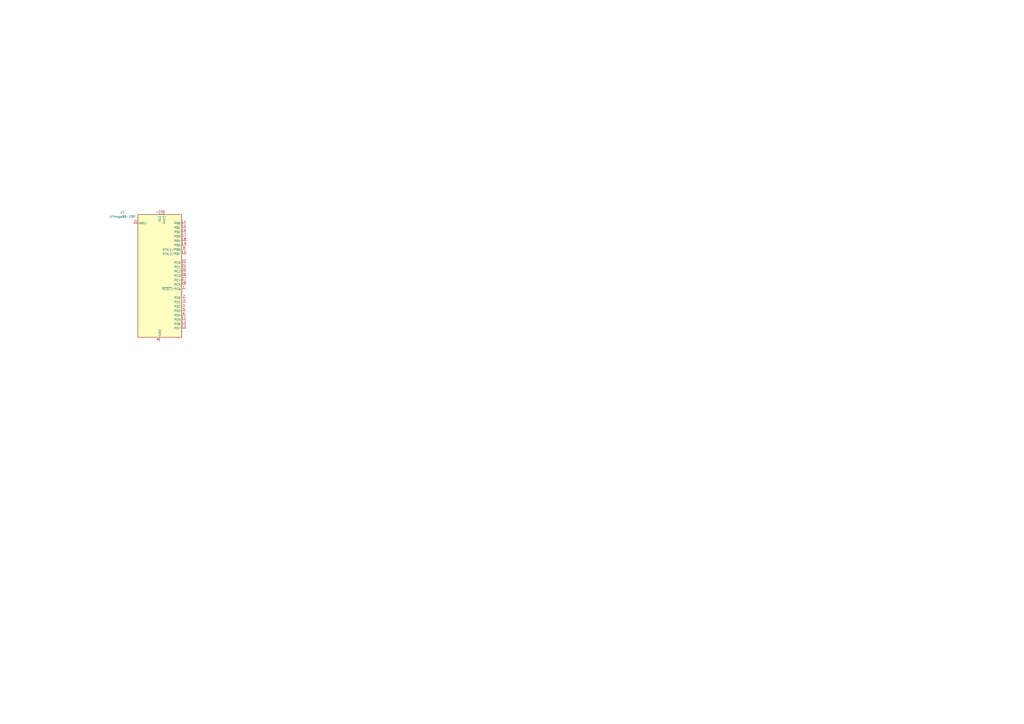
<source format=kicad_sch>
(kicad_sch (version 20250114) (generator "eeschema") (generator_version "9.0")
  (paper "A2")
  (lib_symbols
    (symbol "MCU_Microchip_ATmega:ATmega88-20P"
      (property "Reference" "U" (at -12.7 36.83 0))
      (property "Value" "ATmega88-20P" (at 2.54 -36.83 0))
      (symbol "ATmega88-20P_0_1"
        (rectangle (start -12.7 -35.56) (end 12.7 35.56) (stroke (width 0.254)) (fill (type background)))
      )
      (symbol "ATmega88-20P_1_1"
        (pin passive line (at -15.24 30.48 0) (length 2.54) (name "AREF") (number "21"))
        (pin power_in line (at 0 38.1 270) (length 2.54) (name "VCC") (number "7"))
        (pin passive line (at 0 -38.1 90) (length 2.54) (hide yes) (name "GND") (number "22"))
        (pin power_in line (at 0 -38.1 90) (length 2.54) (name "GND") (number "8"))
        (pin power_in line (at 2.54 38.1 270) (length 2.54) (name "AVCC") (number "20"))
        (pin bidirectional line (at 15.24 30.48 180) (length 2.54) (name "PB0") (number "14"))
        (pin bidirectional line (at 15.24 27.94 180) (length 2.54) (name "PB1") (number "15"))
        (pin bidirectional line (at 15.24 25.4 180) (length 2.54) (name "PB2") (number "16"))
        (pin bidirectional line (at 15.24 22.86 180) (length 2.54) (name "PB3") (number "17"))
        (pin bidirectional line (at 15.24 20.32 180) (length 2.54) (name "PB4") (number "18"))
        (pin bidirectional line (at 15.24 17.78 180) (length 2.54) (name "PB5") (number "19"))
        (pin bidirectional line (at 15.24 15.24 180) (length 2.54) (name "XTAL1/PB6") (number "9"))
        (pin bidirectional line (at 15.24 12.7 180) (length 2.54) (name "XTAL2/PB7") (number "10"))
        (pin bidirectional line (at 15.24 7.62 180) (length 2.54) (name "PC0") (number "23"))
        (pin bidirectional line (at 15.24 5.08 180) (length 2.54) (name "PC1") (number "24"))
        (pin bidirectional line (at 15.24 2.54 180) (length 2.54) (name "PC2") (number "25"))
        (pin bidirectional line (at 15.24 0 180) (length 2.54) (name "PC3") (number "26"))
        (pin bidirectional line (at 15.24 -2.54 180) (length 2.54) (name "PC4") (number "27"))
        (pin bidirectional line (at 15.24 -5.08 180) (length 2.54) (name "PC5") (number "28"))
        (pin bidirectional line (at 15.24 -7.62 180) (length 2.54) (name "~{RESET}/PC6") (number "1"))
        (pin bidirectional line (at 15.24 -12.7 180) (length 2.54) (name "PD0") (number "2"))
        (pin bidirectional line (at 15.24 -15.24 180) (length 2.54) (name "PD1") (number "3"))
        (pin bidirectional line (at 15.24 -17.78 180) (length 2.54) (name "PD2") (number "4"))
        (pin bidirectional line (at 15.24 -20.32 180) (length 2.54) (name "PD3") (number "5"))
        (pin bidirectional line (at 15.24 -22.86 180) (length 2.54) (name "PD4") (number "6"))
        (pin bidirectional line (at 15.24 -25.4 180) (length 2.54) (name "PD5") (number "11"))
        (pin bidirectional line (at 15.24 -27.94 180) (length 2.54) (name "PD6") (number "12"))
        (pin bidirectional line (at 15.24 -30.48 180) (length 2.54) (name "PD7") (number "13"))
      )
    )
  )
  (symbol (lib_id "MCU_Microchip_ATmega:ATmega88-20P") (at 92.71 160.02 0) (unit 1)
    (property "Reference" "U1" (at 71.12 123.1198 0))
    (property "Value" "ATmega88-20P" (at 71.12 125.6598 0))
    (property "Footprint" "Package_DIP:DIP-28_W7.62mm_LongPads" (effects (hide yes)))
    (property "Datasheet" "http://ww1.microchip.com/downloads/en/DeviceDoc/Atmel-2545-8-bit-AVR-Microcontroller-ATmega48-88-168_Datasheet.pdf" (effects (hide yes)))
    (property "Description" "20MHz, 8kB Flash, 1kB SRAM, 512B EEPROM, DIP-28" (effects (hide yes)))
  )
)
</source>
